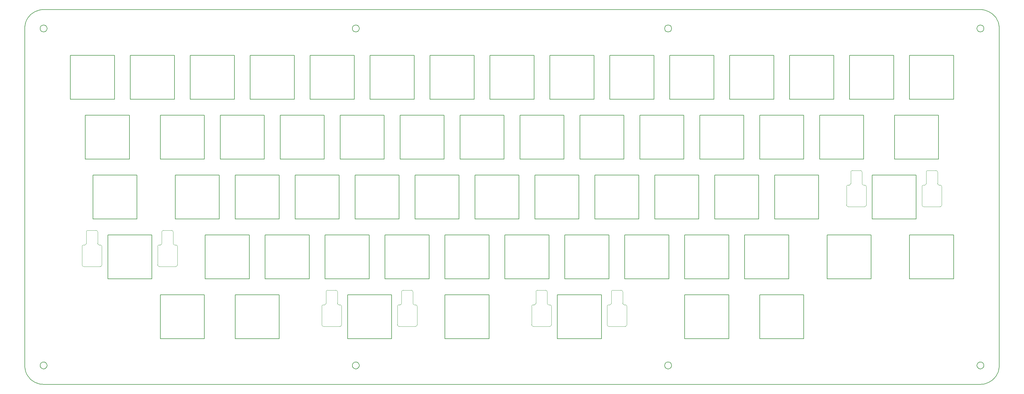
<source format=gbr>
%TF.GenerationSoftware,KiCad,Pcbnew,8.0.7*%
%TF.CreationDate,2025-01-18T14:51:30-06:00*%
%TF.ProjectId,top-plate,746f702d-706c-4617-9465-2e6b69636164,rev?*%
%TF.SameCoordinates,Original*%
%TF.FileFunction,Profile,NP*%
%FSLAX46Y46*%
G04 Gerber Fmt 4.6, Leading zero omitted, Abs format (unit mm)*
G04 Created by KiCad (PCBNEW 8.0.7) date 2025-01-18 14:51:30*
%MOMM*%
%LPD*%
G01*
G04 APERTURE LIST*
%TA.AperFunction,Profile*%
%ADD10C,0.188976*%
%TD*%
%TA.AperFunction,Profile*%
%ADD11C,0.050000*%
%TD*%
G04 APERTURE END LIST*
D10*
X19431000Y-19222497D02*
X19738000Y-19379497D01*
X19981000Y-19622497D01*
X20138000Y-19929497D01*
X20192000Y-20269497D01*
X20138000Y-20608497D01*
X19981000Y-20915497D01*
X19738000Y-21158497D01*
X19431000Y-21315497D01*
X19092000Y-21369497D01*
X18752000Y-21315497D01*
X18445000Y-21158497D01*
X18202000Y-20915497D01*
X18045000Y-20608497D01*
X17992000Y-20269497D01*
X18045000Y-19929497D01*
X18202000Y-19622497D01*
X18445000Y-19379497D01*
X18752000Y-19222497D01*
X19092000Y-19169497D01*
X19431000Y-19222497D01*
X236878994Y-99944500D02*
X222878994Y-99944500D01*
X222878994Y-85944500D01*
X236878994Y-85944500D01*
X236878994Y-99944500D01*
X260691998Y-118994495D02*
X246691998Y-118994495D01*
X246691998Y-104994495D01*
X260691998Y-104994495D01*
X260691998Y-118994495D01*
X179729000Y-99944500D02*
X165729000Y-99944500D01*
X165729000Y-85944500D01*
X179729000Y-85944500D01*
X179729000Y-99944500D01*
X118682003Y-126473499D02*
X118988003Y-126630497D01*
X119231999Y-126873500D01*
X119387997Y-127180500D01*
X119441998Y-127520496D01*
X119387997Y-127859500D01*
X119231999Y-128166500D01*
X118988003Y-128409496D01*
X118682003Y-128566494D01*
X118341999Y-128620494D01*
X118002003Y-128566494D01*
X117694996Y-128409496D01*
X117452000Y-128166500D01*
X117296002Y-127859500D01*
X117242001Y-127520496D01*
X117296002Y-127180500D01*
X117452000Y-126873500D01*
X117694996Y-126630497D01*
X118002003Y-126473499D01*
X118341999Y-126420497D01*
X118682003Y-126473499D01*
X227354000Y-80894496D02*
X213354000Y-80894496D01*
X213354000Y-66894496D01*
X227354000Y-66894496D01*
X227354000Y-80894496D01*
X189253994Y-80894496D02*
X175253994Y-80894496D01*
X175253994Y-66894496D01*
X189253994Y-66894496D01*
X189253994Y-80894496D01*
X196398007Y-118994495D02*
X182398007Y-118994495D01*
X182398007Y-104994495D01*
X196398007Y-104994495D01*
X196398007Y-118994495D01*
X129723004Y-118994495D02*
X115723004Y-118994495D01*
X115723004Y-104994495D01*
X129723004Y-104994495D01*
X129723004Y-118994495D01*
X70192002Y-118994495D02*
X56192002Y-118994495D01*
X56192002Y-104994495D01*
X70192002Y-104994495D01*
X70192002Y-118994495D01*
X296410000Y-80894496D02*
X282410000Y-80894496D01*
X282410000Y-66894496D01*
X296410000Y-66894496D01*
X296410000Y-80894496D01*
X127341999Y-61844497D02*
X113341999Y-61844497D01*
X113341999Y-47844497D01*
X127341999Y-47844497D01*
X127341999Y-61844497D01*
X289266995Y-42794498D02*
X275266995Y-42794498D01*
X275266995Y-28794496D01*
X289266995Y-28794496D01*
X289266995Y-42794498D01*
X41617001Y-42794498D02*
X27616999Y-42794498D01*
X27616999Y-28794496D01*
X41617001Y-28794496D01*
X41617001Y-42794498D01*
X74953999Y-80894496D02*
X60953999Y-80894496D01*
X60953999Y-66894496D01*
X74953999Y-66894496D01*
X74953999Y-80894496D01*
X217932003Y-126473499D02*
X218238995Y-126630497D01*
X218482006Y-126873500D01*
X218637997Y-127180500D01*
X218691998Y-127520496D01*
X218637997Y-127859500D01*
X218482006Y-128166500D01*
X218238995Y-128409496D01*
X217932003Y-128566494D01*
X217592007Y-128620494D01*
X217251995Y-128566494D01*
X216945996Y-128409496D01*
X216701992Y-128166500D01*
X216546002Y-127859500D01*
X216492001Y-127520496D01*
X216546002Y-127180500D01*
X216701992Y-126873500D01*
X216945996Y-126630497D01*
X217251995Y-126473499D01*
X217592007Y-126420497D01*
X217932003Y-126473499D01*
X60667000Y-42794498D02*
X46667000Y-42794498D01*
X46667000Y-28794496D01*
X60667000Y-28794496D01*
X60667000Y-42794498D01*
X84479000Y-99944500D02*
X70479000Y-99944500D01*
X70479000Y-85944500D01*
X84479000Y-85944500D01*
X84479000Y-99944500D01*
X103529004Y-99944500D02*
X89529004Y-99944500D01*
X89529004Y-85944500D01*
X103529004Y-85944500D01*
X103529004Y-99944500D01*
X79716999Y-42794498D02*
X65716999Y-42794498D01*
X65716999Y-28794496D01*
X79716999Y-28794496D01*
X79716999Y-42794498D01*
X122578999Y-99944500D02*
X108578999Y-99944500D01*
X108578999Y-85944500D01*
X122578999Y-85944500D01*
X122578999Y-99944500D01*
X260691998Y-61844497D02*
X246691998Y-61844497D01*
X246691998Y-47844497D01*
X260691998Y-47844497D01*
X260691998Y-61844497D01*
X70192002Y-61844497D02*
X56192002Y-61844497D01*
X56192002Y-47844497D01*
X70192002Y-47844497D01*
X70192002Y-61844497D01*
X217829007Y-99944500D02*
X203829007Y-99944500D01*
X203829007Y-85944500D01*
X217829007Y-85944500D01*
X217829007Y-99944500D01*
X279742001Y-61844497D02*
X265740994Y-61844497D01*
X265740994Y-47844497D01*
X279742001Y-47844497D01*
X279742001Y-61844497D01*
X132104000Y-80894496D02*
X118104000Y-80894496D01*
X118104000Y-66894496D01*
X132104000Y-66894496D01*
X132104000Y-80894496D01*
X208303997Y-80894496D02*
X194303997Y-80894496D01*
X194303997Y-66894496D01*
X208303997Y-66894496D01*
X208303997Y-80894496D01*
X217932003Y-19222497D02*
X218238995Y-19379497D01*
X218482006Y-19622497D01*
X218637997Y-19929497D01*
X218691998Y-20269497D01*
X218637997Y-20608497D01*
X218482006Y-20915497D01*
X218238995Y-21158497D01*
X217932003Y-21315497D01*
X217592007Y-21369497D01*
X217251995Y-21315497D01*
X216945996Y-21158497D01*
X216701992Y-20915497D01*
X216546002Y-20608497D01*
X216492001Y-20269497D01*
X216546002Y-19929497D01*
X216701992Y-19622497D01*
X216945996Y-19379497D01*
X217251995Y-19222497D01*
X217592007Y-19169497D01*
X217932003Y-19222497D01*
X155917004Y-42794498D02*
X141917004Y-42794498D01*
X141917004Y-28794496D01*
X155917004Y-28794496D01*
X155917004Y-42794498D01*
X232117001Y-42794498D02*
X218117001Y-42794498D01*
X218117001Y-28794496D01*
X232117001Y-28794496D01*
X232117001Y-42794498D01*
X236878994Y-118994495D02*
X222878994Y-118994495D01*
X222878994Y-104994495D01*
X236878994Y-104994495D01*
X236878994Y-118994495D01*
X308317013Y-42794498D02*
X294317013Y-42794498D01*
X294317013Y-28794496D01*
X308317013Y-28794496D01*
X308317013Y-42794498D01*
X165441998Y-61844497D02*
X151441998Y-61844497D01*
X151441998Y-47844497D01*
X165441998Y-47844497D01*
X165441998Y-61844497D01*
X151154004Y-80894496D02*
X137154004Y-80894496D01*
X137154004Y-66894496D01*
X151154004Y-66894496D01*
X151154004Y-80894496D01*
X222592007Y-61844497D02*
X208592007Y-61844497D01*
X208592007Y-47844497D01*
X222592007Y-47844497D01*
X222592007Y-61844497D01*
X246404004Y-80894496D02*
X232404004Y-80894496D01*
X232404004Y-66894496D01*
X246404004Y-66894496D01*
X246404004Y-80894496D01*
X198779004Y-99944500D02*
X184779004Y-99944500D01*
X184779004Y-85944500D01*
X198779004Y-85944500D01*
X198779004Y-99944500D01*
X118682003Y-19222497D02*
X118988003Y-19379497D01*
X119231999Y-19622497D01*
X119387997Y-19929497D01*
X119441998Y-20269497D01*
X119387997Y-20608497D01*
X119231999Y-20915497D01*
X118988003Y-21158497D01*
X118682003Y-21315497D01*
X118341999Y-21369497D01*
X118002003Y-21315497D01*
X117694996Y-21158497D01*
X117452000Y-20915497D01*
X117296002Y-20608497D01*
X117242001Y-20269497D01*
X117296002Y-19929497D01*
X117452000Y-19622497D01*
X117694996Y-19379497D01*
X118002003Y-19222497D01*
X118341999Y-19169497D01*
X118682003Y-19222497D01*
X317182003Y-126473499D02*
X317489010Y-126630497D01*
X317731991Y-126873500D01*
X317889004Y-127180500D01*
X317942990Y-127520496D01*
X317889004Y-127859500D01*
X317731991Y-128166500D01*
X317489010Y-128409496D01*
X317182003Y-128566494D01*
X316843014Y-128620494D01*
X316502987Y-128566494D01*
X316196011Y-128409496D01*
X315953000Y-128166500D01*
X315795987Y-127859500D01*
X315743008Y-127520496D01*
X315795987Y-127180500D01*
X315953000Y-126873500D01*
X316196011Y-126630497D01*
X316502987Y-126473499D01*
X316843014Y-126420497D01*
X317182003Y-126473499D01*
X303554013Y-61844497D02*
X289554013Y-61844497D01*
X289554013Y-47844497D01*
X303554013Y-47844497D01*
X303554013Y-61844497D01*
X170204007Y-80894496D02*
X156204007Y-80894496D01*
X156204007Y-66894496D01*
X170204007Y-66894496D01*
X170204007Y-80894496D01*
X265454007Y-80894496D02*
X251454007Y-80894496D01*
X251454007Y-66894496D01*
X265454007Y-66894496D01*
X265454007Y-80894496D01*
X136865994Y-42794498D02*
X122866002Y-42794498D01*
X122866002Y-28794496D01*
X136865994Y-28794496D01*
X136865994Y-42794498D01*
X251167004Y-42794498D02*
X237167004Y-42794498D01*
X237167004Y-28794496D01*
X251167004Y-28794496D01*
X251167004Y-42794498D01*
X194016995Y-42794498D02*
X180016995Y-42794498D01*
X180016995Y-28794496D01*
X194016995Y-28794496D01*
X194016995Y-42794498D01*
X48759999Y-80894496D02*
X34760001Y-80894496D01*
X34760001Y-66894496D01*
X48759999Y-66894496D01*
X48759999Y-80894496D01*
X46378998Y-61844497D02*
X32379000Y-61844497D01*
X32379000Y-47844497D01*
X46378998Y-47844497D01*
X46378998Y-61844497D01*
X98767003Y-42794498D02*
X84767003Y-42794498D01*
X84767003Y-28794496D01*
X98767003Y-28794496D01*
X98767003Y-42794498D01*
X160678997Y-118994495D02*
X146678997Y-118994495D01*
X146678997Y-104994495D01*
X160678997Y-104994495D01*
X160678997Y-118994495D01*
X308317013Y-99944500D02*
X294317013Y-99944500D01*
X294317013Y-85944500D01*
X308317013Y-85944500D01*
X308317013Y-99944500D01*
X146391995Y-61844497D02*
X132392003Y-61844497D01*
X132392003Y-47844497D01*
X146391995Y-47844497D01*
X146391995Y-61844497D01*
X213066998Y-42794498D02*
X199066998Y-42794498D01*
X199066998Y-28794496D01*
X213066998Y-28794496D01*
X213066998Y-42794498D01*
X317312985Y-14287497D02*
X317781002Y-14342497D01*
X318243008Y-14434497D01*
X318696987Y-14562497D01*
X319139004Y-14725497D01*
X319566006Y-14922497D01*
X319976986Y-15153497D01*
X320369015Y-15414497D01*
X320739010Y-15706497D01*
X321084988Y-16026497D01*
X321404995Y-16372497D01*
X321696987Y-16742497D01*
X321958004Y-17134497D01*
X322188992Y-17545497D01*
X322386013Y-17972497D01*
X322549008Y-18414497D01*
X322676999Y-18868497D01*
X322769009Y-19330497D01*
X322824002Y-19798497D01*
X322843014Y-20269497D01*
X322843014Y-127519497D01*
X322824002Y-127990497D01*
X322769009Y-128458500D01*
X322676999Y-128920497D01*
X322549008Y-129374500D01*
X322386013Y-129816494D01*
X322188992Y-130243495D01*
X321958004Y-130654499D01*
X321696987Y-131046497D01*
X321404995Y-131416500D01*
X321084988Y-131762500D01*
X320739010Y-132082500D01*
X320369015Y-132374500D01*
X319976986Y-132635494D01*
X319566006Y-132866497D01*
X319139004Y-133063495D01*
X318696987Y-133226497D01*
X318243008Y-133354496D01*
X317781002Y-133446499D01*
X317312985Y-133501499D01*
X316843014Y-133519497D01*
X19092000Y-133519497D01*
X18621000Y-133501499D01*
X18153000Y-133446499D01*
X17691000Y-133354496D01*
X17237000Y-133226497D01*
X16795000Y-133063495D01*
X16368000Y-132866497D01*
X15957000Y-132635494D01*
X15565000Y-132374500D01*
X15195000Y-132082500D01*
X14849000Y-131762500D01*
X14529000Y-131416500D01*
X14237000Y-131046497D01*
X13976000Y-130654499D01*
X13745000Y-130243495D01*
X13548000Y-129816494D01*
X13385000Y-129374500D01*
X13257000Y-128920497D01*
X13165000Y-128458500D01*
X13110000Y-127990497D01*
X13091000Y-127519497D01*
X13092000Y-20268497D01*
X13110000Y-19798497D01*
X13165000Y-19330497D01*
X13257000Y-18868497D01*
X13385000Y-18414497D01*
X13548000Y-17972497D01*
X13745000Y-17545497D01*
X13976000Y-17134497D01*
X14237000Y-16742497D01*
X14529000Y-16372497D01*
X14849000Y-16026497D01*
X15195000Y-15706497D01*
X15565000Y-15414497D01*
X15957000Y-15153497D01*
X16368000Y-14922497D01*
X16795000Y-14725497D01*
X17237000Y-14562497D01*
X17691000Y-14434497D01*
X18153000Y-14342497D01*
X18621000Y-14287497D01*
X19092000Y-14268497D01*
X316843014Y-14268497D01*
X317312985Y-14287497D01*
X282123013Y-99944500D02*
X268123013Y-99944500D01*
X268123013Y-85944500D01*
X282123013Y-85944500D01*
X282123013Y-99944500D01*
X174967007Y-42794498D02*
X160967007Y-42794498D01*
X160967007Y-28794496D01*
X174967007Y-28794496D01*
X174967007Y-42794498D01*
X241641995Y-61844497D02*
X227641995Y-61844497D01*
X227641995Y-47844497D01*
X241641995Y-47844497D01*
X241641995Y-61844497D01*
X117816998Y-42794498D02*
X103816998Y-42794498D01*
X103816998Y-28794496D01*
X117816998Y-28794496D01*
X117816998Y-42794498D01*
X19431000Y-126473499D02*
X19738000Y-126630497D01*
X19981000Y-126873500D01*
X20138000Y-127180500D01*
X20192000Y-127520496D01*
X20138000Y-127859500D01*
X19981000Y-128166500D01*
X19738000Y-128409496D01*
X19431000Y-128566494D01*
X19092000Y-128620494D01*
X18752000Y-128566494D01*
X18445000Y-128409496D01*
X18202000Y-128166500D01*
X18045000Y-127859500D01*
X17992000Y-127520496D01*
X18045000Y-127180500D01*
X18202000Y-126873500D01*
X18445000Y-126630497D01*
X18752000Y-126473499D01*
X19092000Y-126420497D01*
X19431000Y-126473499D01*
X255928997Y-99944500D02*
X241928997Y-99944500D01*
X241928997Y-85944500D01*
X255928997Y-85944500D01*
X255928997Y-99944500D01*
X113053997Y-80894496D02*
X99053997Y-80894496D01*
X99053997Y-66894496D01*
X113053997Y-66894496D01*
X113053997Y-80894496D01*
X184492001Y-61844497D02*
X170492001Y-61844497D01*
X170492001Y-47844497D01*
X184492001Y-47844497D01*
X184492001Y-61844497D01*
X94004002Y-118994495D02*
X80004002Y-118994495D01*
X80004002Y-104994495D01*
X94004002Y-104994495D01*
X94004002Y-118994495D01*
X53522999Y-99944500D02*
X39522999Y-99944500D01*
X39522999Y-85944500D01*
X53522999Y-85944500D01*
X53522999Y-99944500D01*
X270217007Y-42794498D02*
X256217007Y-42794498D01*
X256217007Y-28794496D01*
X270217007Y-28794496D01*
X270217007Y-42794498D01*
X94004002Y-80894496D02*
X80004002Y-80894496D01*
X80004002Y-66894496D01*
X94004002Y-66894496D01*
X94004002Y-80894496D01*
X160678997Y-99944500D02*
X146678997Y-99944500D01*
X146678997Y-85944500D01*
X160678997Y-85944500D01*
X160678997Y-99944500D01*
X203542004Y-61844497D02*
X189542004Y-61844497D01*
X189542004Y-47844497D01*
X203542004Y-47844497D01*
X203542004Y-61844497D01*
X108291996Y-61844497D02*
X94291996Y-61844497D01*
X94291996Y-47844497D01*
X108291996Y-47844497D01*
X108291996Y-61844497D01*
X89242001Y-61844497D02*
X75242001Y-61844497D01*
X75242001Y-47844497D01*
X89242001Y-47844497D01*
X89242001Y-61844497D01*
X141628994Y-99944500D02*
X127629002Y-99944500D01*
X127629002Y-85944500D01*
X141628994Y-85944500D01*
X141628994Y-99944500D01*
X317182003Y-19222497D02*
X317489010Y-19379497D01*
X317731991Y-19622497D01*
X317889004Y-19929497D01*
X317942990Y-20269497D01*
X317889004Y-20608497D01*
X317731991Y-20915497D01*
X317489010Y-21158497D01*
X317182003Y-21315497D01*
X316843014Y-21369497D01*
X316502987Y-21315497D01*
X316196011Y-21158497D01*
X315953000Y-20915497D01*
X315795987Y-20608497D01*
X315743008Y-20269497D01*
X315795987Y-19929497D01*
X315953000Y-19622497D01*
X316196011Y-19379497D01*
X316502987Y-19222497D01*
X316843014Y-19169497D01*
X317182003Y-19222497D01*
D11*
%TO.C,REF\u002A\u002A*%
X274283000Y-76464000D02*
X274283000Y-70614000D01*
X274783000Y-70114000D02*
X275133000Y-70114000D01*
X274783000Y-76964000D02*
X280083000Y-76964000D01*
X275633000Y-69614000D02*
X275633000Y-65964000D01*
X276133000Y-65464000D02*
X278733000Y-65464000D01*
X279233000Y-69614000D02*
X279233000Y-65964000D01*
X280083000Y-70114000D02*
X279733000Y-70114000D01*
X280583000Y-76464000D02*
X280583000Y-70614000D01*
X298283000Y-76464000D02*
X298283000Y-70614000D01*
X298783000Y-70114000D02*
X299133000Y-70114000D01*
X299633000Y-69614000D02*
X299633000Y-65964000D01*
X302733000Y-65464000D02*
X300133000Y-65464000D01*
X303233000Y-69614000D02*
X303233000Y-65964000D01*
X304083000Y-70114000D02*
X303733000Y-70114000D01*
X304083000Y-76964000D02*
X298783000Y-76964000D01*
X304583000Y-76464000D02*
X304583000Y-70614000D01*
X274283000Y-70614000D02*
G75*
G02*
X274783000Y-70114000I500001J-1D01*
G01*
X274783000Y-76964000D02*
G75*
G02*
X274283000Y-76464000I1J500001D01*
G01*
X275633000Y-65964000D02*
G75*
G02*
X276133000Y-65464000I500001J-1D01*
G01*
X275633000Y-69614000D02*
G75*
G02*
X275133000Y-70114000I-500001J1D01*
G01*
X278733000Y-65464000D02*
G75*
G02*
X279233000Y-65964000I-1J-500001D01*
G01*
X279733000Y-70114000D02*
G75*
G02*
X279233000Y-69614000I1J500001D01*
G01*
X280083000Y-70114000D02*
G75*
G02*
X280583000Y-70614000I-1J-500001D01*
G01*
X280583000Y-76464000D02*
G75*
G02*
X280083000Y-76964000I-500001J1D01*
G01*
X298283000Y-70614000D02*
G75*
G02*
X298783000Y-70114000I500000J0D01*
G01*
X298783000Y-76964000D02*
G75*
G02*
X298283000Y-76464000I0J500000D01*
G01*
X299633000Y-65964000D02*
G75*
G02*
X300133000Y-65464000I500000J0D01*
G01*
X299633000Y-69614000D02*
G75*
G02*
X299133000Y-70114000I-500000J0D01*
G01*
X302733000Y-65464000D02*
G75*
G02*
X303233000Y-65964000I0J-500000D01*
G01*
X303733000Y-70114000D02*
G75*
G02*
X303233000Y-69614000I0J500000D01*
G01*
X304083000Y-70114000D02*
G75*
G02*
X304583000Y-70614000I0J-500000D01*
G01*
X304583000Y-76464000D02*
G75*
G02*
X304083000Y-76964000I-500000J0D01*
G01*
X174207000Y-114564000D02*
X174207000Y-108714000D01*
X174707000Y-108214000D02*
X175057000Y-108214000D01*
X174707000Y-115064000D02*
X180007000Y-115064000D01*
X175557000Y-107714000D02*
X175557000Y-104064000D01*
X176057000Y-103564000D02*
X178657000Y-103564000D01*
X179157000Y-107714000D02*
X179157000Y-104064000D01*
X180007000Y-108214000D02*
X179657000Y-108214000D01*
X180507000Y-114564000D02*
X180507000Y-108714000D01*
X198207000Y-114564000D02*
X198207000Y-108714000D01*
X198707000Y-108214000D02*
X199057000Y-108214000D01*
X199557000Y-107714000D02*
X199557000Y-104064000D01*
X202657000Y-103564000D02*
X200057000Y-103564000D01*
X203157000Y-107714000D02*
X203157000Y-104064000D01*
X204007000Y-108214000D02*
X203657000Y-108214000D01*
X204007000Y-115064000D02*
X198707000Y-115064000D01*
X204507000Y-114564000D02*
X204507000Y-108714000D01*
X174207000Y-108714000D02*
G75*
G02*
X174707000Y-108214000I500001J-1D01*
G01*
X174707000Y-115064000D02*
G75*
G02*
X174207000Y-114564000I1J500001D01*
G01*
X175557000Y-104064000D02*
G75*
G02*
X176057000Y-103564000I500001J-1D01*
G01*
X175557000Y-107714000D02*
G75*
G02*
X175057000Y-108214000I-500001J1D01*
G01*
X178657000Y-103564000D02*
G75*
G02*
X179157000Y-104064000I-1J-500001D01*
G01*
X179657000Y-108214000D02*
G75*
G02*
X179157000Y-107714000I1J500001D01*
G01*
X180007000Y-108214000D02*
G75*
G02*
X180507000Y-108714000I-1J-500001D01*
G01*
X180507000Y-114564000D02*
G75*
G02*
X180007000Y-115064000I-500001J1D01*
G01*
X198207000Y-108714000D02*
G75*
G02*
X198707000Y-108214000I500000J0D01*
G01*
X198707000Y-115064000D02*
G75*
G02*
X198207000Y-114564000I0J500000D01*
G01*
X199557000Y-104064000D02*
G75*
G02*
X200057000Y-103564000I500000J0D01*
G01*
X199557000Y-107714000D02*
G75*
G02*
X199057000Y-108214000I-500000J0D01*
G01*
X202657000Y-103564000D02*
G75*
G02*
X203157000Y-104064000I0J-500000D01*
G01*
X203657000Y-108214000D02*
G75*
G02*
X203157000Y-107714000I0J500000D01*
G01*
X204007000Y-108214000D02*
G75*
G02*
X204507000Y-108714000I0J-500000D01*
G01*
X204507000Y-114564000D02*
G75*
G02*
X204007000Y-115064000I-500000J0D01*
G01*
X31332000Y-95514000D02*
X31332000Y-89664000D01*
X31832000Y-89164000D02*
X32182000Y-89164000D01*
X31832000Y-96014000D02*
X37132000Y-96014000D01*
X32682000Y-88664000D02*
X32682000Y-85014000D01*
X33182000Y-84514000D02*
X35782000Y-84514000D01*
X36282000Y-88664000D02*
X36282000Y-85014000D01*
X37132000Y-89164000D02*
X36782000Y-89164000D01*
X37632000Y-95514000D02*
X37632000Y-89664000D01*
X55332000Y-95514000D02*
X55332000Y-89664000D01*
X55832000Y-89164000D02*
X56182000Y-89164000D01*
X56682000Y-88664000D02*
X56682000Y-85014000D01*
X59782000Y-84514000D02*
X57182000Y-84514000D01*
X60282000Y-88664000D02*
X60282000Y-85014000D01*
X61132000Y-89164000D02*
X60782000Y-89164000D01*
X61132000Y-96014000D02*
X55832000Y-96014000D01*
X61632000Y-95514000D02*
X61632000Y-89664000D01*
X31332000Y-89664000D02*
G75*
G02*
X31832000Y-89164000I500001J-1D01*
G01*
X31832000Y-96014000D02*
G75*
G02*
X31332000Y-95514000I1J500001D01*
G01*
X32682000Y-85014000D02*
G75*
G02*
X33182000Y-84514000I500001J-1D01*
G01*
X32682000Y-88664000D02*
G75*
G02*
X32182000Y-89164000I-500001J1D01*
G01*
X35782000Y-84514000D02*
G75*
G02*
X36282000Y-85014000I-1J-500001D01*
G01*
X36782000Y-89164000D02*
G75*
G02*
X36282000Y-88664000I1J500001D01*
G01*
X37132000Y-89164000D02*
G75*
G02*
X37632000Y-89664000I-1J-500001D01*
G01*
X37632000Y-95514000D02*
G75*
G02*
X37132000Y-96014000I-500001J1D01*
G01*
X55332000Y-89664000D02*
G75*
G02*
X55832000Y-89164000I500000J0D01*
G01*
X55832000Y-96014000D02*
G75*
G02*
X55332000Y-95514000I0J500000D01*
G01*
X56682000Y-85014000D02*
G75*
G02*
X57182000Y-84514000I500000J0D01*
G01*
X56682000Y-88664000D02*
G75*
G02*
X56182000Y-89164000I-500000J0D01*
G01*
X59782000Y-84514000D02*
G75*
G02*
X60282000Y-85014000I0J-500000D01*
G01*
X60782000Y-89164000D02*
G75*
G02*
X60282000Y-88664000I0J500000D01*
G01*
X61132000Y-89164000D02*
G75*
G02*
X61632000Y-89664000I0J-500000D01*
G01*
X61632000Y-95514000D02*
G75*
G02*
X61132000Y-96014000I-500000J0D01*
G01*
X107532000Y-114564000D02*
X107532000Y-108714000D01*
X108032000Y-108214000D02*
X108382000Y-108214000D01*
X108032000Y-115064000D02*
X113332000Y-115064000D01*
X108882000Y-107714000D02*
X108882000Y-104064000D01*
X109382000Y-103564000D02*
X111982000Y-103564000D01*
X112482000Y-107714000D02*
X112482000Y-104064000D01*
X113332000Y-108214000D02*
X112982000Y-108214000D01*
X113832000Y-114564000D02*
X113832000Y-108714000D01*
X131532000Y-114564000D02*
X131532000Y-108714000D01*
X132032000Y-108214000D02*
X132382000Y-108214000D01*
X132882000Y-107714000D02*
X132882000Y-104064000D01*
X135982000Y-103564000D02*
X133382000Y-103564000D01*
X136482000Y-107714000D02*
X136482000Y-104064000D01*
X137332000Y-108214000D02*
X136982000Y-108214000D01*
X137332000Y-115064000D02*
X132032000Y-115064000D01*
X137832000Y-114564000D02*
X137832000Y-108714000D01*
X107532000Y-108714000D02*
G75*
G02*
X108032000Y-108214000I500001J-1D01*
G01*
X108032000Y-115064000D02*
G75*
G02*
X107532000Y-114564000I1J500001D01*
G01*
X108882000Y-104064000D02*
G75*
G02*
X109382000Y-103564000I500001J-1D01*
G01*
X108882000Y-107714000D02*
G75*
G02*
X108382000Y-108214000I-500001J1D01*
G01*
X111982000Y-103564000D02*
G75*
G02*
X112482000Y-104064000I-1J-500001D01*
G01*
X112982000Y-108214000D02*
G75*
G02*
X112482000Y-107714000I1J500001D01*
G01*
X113332000Y-108214000D02*
G75*
G02*
X113832000Y-108714000I-1J-500001D01*
G01*
X113832000Y-114564000D02*
G75*
G02*
X113332000Y-115064000I-500001J1D01*
G01*
X131532000Y-108714000D02*
G75*
G02*
X132032000Y-108214000I500000J0D01*
G01*
X132032000Y-115064000D02*
G75*
G02*
X131532000Y-114564000I0J500000D01*
G01*
X132882000Y-104064000D02*
G75*
G02*
X133382000Y-103564000I500000J0D01*
G01*
X132882000Y-107714000D02*
G75*
G02*
X132382000Y-108214000I-500000J0D01*
G01*
X135982000Y-103564000D02*
G75*
G02*
X136482000Y-104064000I0J-500000D01*
G01*
X136982000Y-108214000D02*
G75*
G02*
X136482000Y-107714000I0J500000D01*
G01*
X137332000Y-108214000D02*
G75*
G02*
X137832000Y-108714000I0J-500000D01*
G01*
X137832000Y-114564000D02*
G75*
G02*
X137332000Y-115064000I-500000J0D01*
G01*
%TD*%
M02*

</source>
